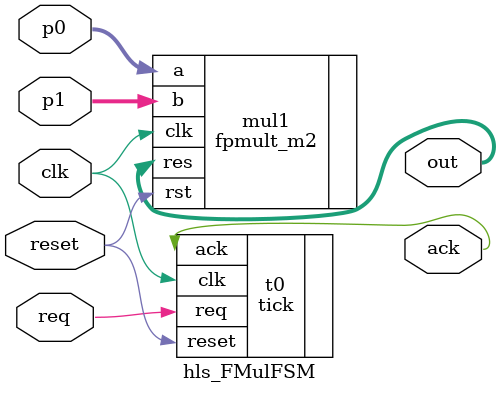
<source format=v>

module hls_FMulFSM(input clk,
                   input         reset,
                   input         req,
                   output        ack,
                  
                   input [31:0]  p0,
                   input [31:0]  p1,
                   output [31:0] out);

   fpmult_m2 mul1(.clk(clk),
                  .rst(reset),
                  .a(p0),
                  .b(p1),
                  .res(out));

   tick #(.count(3)) t0 (.clk(clk), .reset(reset), .req(req), .ack(ack));

endmodule // hls_FMulFSM


</source>
